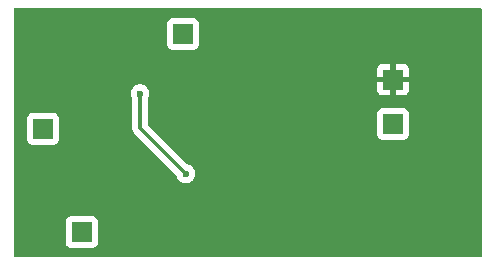
<source format=gbr>
%TF.GenerationSoftware,KiCad,Pcbnew,9.0.6*%
%TF.CreationDate,2025-12-21T15:01:31-05:00*%
%TF.ProjectId,olyntia,6f6c796e-7469-4612-9e6b-696361645f70,rev?*%
%TF.SameCoordinates,Original*%
%TF.FileFunction,Copper,L2,Bot*%
%TF.FilePolarity,Positive*%
%FSLAX46Y46*%
G04 Gerber Fmt 4.6, Leading zero omitted, Abs format (unit mm)*
G04 Created by KiCad (PCBNEW 9.0.6) date 2025-12-21 15:01:31*
%MOMM*%
%LPD*%
G01*
G04 APERTURE LIST*
%TA.AperFunction,ComponentPad*%
%ADD10R,1.700000X1.700000*%
%TD*%
%TA.AperFunction,ViaPad*%
%ADD11C,0.600000*%
%TD*%
%TA.AperFunction,Conductor*%
%ADD12C,0.300000*%
%TD*%
G04 APERTURE END LIST*
D10*
%TO.P,ADC1,1,Pin_1*%
%TO.N,Net-(ADC1-Pin_1)*%
X67763000Y-105237000D03*
%TD*%
%TO.P,GND,1,Pin_1*%
%TO.N,GND*%
X97409000Y-101066600D03*
%TD*%
%TO.P,+5V_IN,1,Pin_1*%
%TO.N,+5V*%
X97409000Y-104825800D03*
%TD*%
%TO.P,RE,1,Pin_1*%
%TO.N,Net-(RefElectrodePin1-Pin_1)*%
X71043800Y-113995200D03*
%TD*%
%TO.P,WE,1,Pin_1*%
%TO.N,Net-(WorkingElectrode1-Pin_1)*%
X79625000Y-97200000D03*
%TD*%
D11*
%TO.N,GND*%
X88188800Y-109169200D03*
X86512400Y-112572800D03*
X84836000Y-112699800D03*
X74777600Y-103505000D03*
X75742800Y-112039400D03*
X71323200Y-108102400D03*
X72669400Y-108051600D03*
X84404200Y-101777800D03*
X86029800Y-101117400D03*
X87909400Y-100203000D03*
X103657400Y-106578400D03*
X102514400Y-108127800D03*
X95377000Y-113360200D03*
%TO.N,Net-(U1-+)*%
X79857600Y-109042200D03*
X75971400Y-102260400D03*
%TD*%
D12*
%TO.N,Net-(U1-+)*%
X75971400Y-105156000D02*
X79857600Y-109042200D01*
X75971400Y-102260400D02*
X75971400Y-105156000D01*
%TD*%
%TA.AperFunction,Conductor*%
%TO.N,GND*%
G36*
X104852539Y-95008185D02*
G01*
X104898294Y-95060989D01*
X104909500Y-95112500D01*
X104909500Y-115961500D01*
X104889815Y-116028539D01*
X104837011Y-116074294D01*
X104785500Y-116085500D01*
X65394500Y-116085500D01*
X65327461Y-116065815D01*
X65281706Y-116013011D01*
X65270500Y-115961500D01*
X65270500Y-113097335D01*
X69693300Y-113097335D01*
X69693300Y-114893070D01*
X69693301Y-114893076D01*
X69699708Y-114952683D01*
X69750002Y-115087528D01*
X69750006Y-115087535D01*
X69836252Y-115202744D01*
X69836255Y-115202747D01*
X69951464Y-115288993D01*
X69951471Y-115288997D01*
X70086317Y-115339291D01*
X70086316Y-115339291D01*
X70093244Y-115340035D01*
X70145927Y-115345700D01*
X71941672Y-115345699D01*
X72001283Y-115339291D01*
X72136131Y-115288996D01*
X72251346Y-115202746D01*
X72337596Y-115087531D01*
X72387891Y-114952683D01*
X72394300Y-114893073D01*
X72394299Y-113097328D01*
X72387891Y-113037717D01*
X72337596Y-112902869D01*
X72337595Y-112902868D01*
X72337593Y-112902864D01*
X72251347Y-112787655D01*
X72251344Y-112787652D01*
X72136135Y-112701406D01*
X72136128Y-112701402D01*
X72001282Y-112651108D01*
X72001283Y-112651108D01*
X71941683Y-112644701D01*
X71941681Y-112644700D01*
X71941673Y-112644700D01*
X71941664Y-112644700D01*
X70145929Y-112644700D01*
X70145923Y-112644701D01*
X70086316Y-112651108D01*
X69951471Y-112701402D01*
X69951464Y-112701406D01*
X69836255Y-112787652D01*
X69836252Y-112787655D01*
X69750006Y-112902864D01*
X69750002Y-112902871D01*
X69699708Y-113037717D01*
X69693301Y-113097316D01*
X69693301Y-113097323D01*
X69693300Y-113097335D01*
X65270500Y-113097335D01*
X65270500Y-104339135D01*
X66412500Y-104339135D01*
X66412500Y-106134870D01*
X66412501Y-106134876D01*
X66418908Y-106194483D01*
X66469202Y-106329328D01*
X66469206Y-106329335D01*
X66555452Y-106444544D01*
X66555455Y-106444547D01*
X66670664Y-106530793D01*
X66670671Y-106530797D01*
X66805517Y-106581091D01*
X66805516Y-106581091D01*
X66812444Y-106581835D01*
X66865127Y-106587500D01*
X68660872Y-106587499D01*
X68720483Y-106581091D01*
X68855331Y-106530796D01*
X68970546Y-106444546D01*
X69056796Y-106329331D01*
X69107091Y-106194483D01*
X69113500Y-106134873D01*
X69113499Y-104339128D01*
X69107091Y-104279517D01*
X69056796Y-104144669D01*
X69056795Y-104144668D01*
X69056793Y-104144664D01*
X68970547Y-104029455D01*
X68970544Y-104029452D01*
X68855335Y-103943206D01*
X68855328Y-103943202D01*
X68720482Y-103892908D01*
X68720483Y-103892908D01*
X68660883Y-103886501D01*
X68660881Y-103886500D01*
X68660873Y-103886500D01*
X68660864Y-103886500D01*
X66865129Y-103886500D01*
X66865123Y-103886501D01*
X66805516Y-103892908D01*
X66670671Y-103943202D01*
X66670664Y-103943206D01*
X66555455Y-104029452D01*
X66555452Y-104029455D01*
X66469206Y-104144664D01*
X66469202Y-104144671D01*
X66418908Y-104279517D01*
X66412501Y-104339116D01*
X66412501Y-104339123D01*
X66412500Y-104339135D01*
X65270500Y-104339135D01*
X65270500Y-102181553D01*
X75170900Y-102181553D01*
X75170900Y-102339246D01*
X75201661Y-102493889D01*
X75201664Y-102493901D01*
X75262002Y-102639572D01*
X75262006Y-102639579D01*
X75300002Y-102696444D01*
X75320880Y-102763121D01*
X75320900Y-102765335D01*
X75320900Y-105220069D01*
X75320900Y-105220071D01*
X75320899Y-105220071D01*
X75345897Y-105345738D01*
X75345899Y-105345744D01*
X75394934Y-105464125D01*
X75466126Y-105570673D01*
X75466127Y-105570674D01*
X79040584Y-109145130D01*
X79074069Y-109206453D01*
X79074520Y-109208620D01*
X79087861Y-109275689D01*
X79087864Y-109275701D01*
X79148202Y-109421372D01*
X79148209Y-109421385D01*
X79235810Y-109552488D01*
X79235813Y-109552492D01*
X79347307Y-109663986D01*
X79347311Y-109663989D01*
X79478414Y-109751590D01*
X79478427Y-109751597D01*
X79624098Y-109811935D01*
X79624103Y-109811937D01*
X79778753Y-109842699D01*
X79778756Y-109842700D01*
X79778758Y-109842700D01*
X79936444Y-109842700D01*
X79936445Y-109842699D01*
X80091097Y-109811937D01*
X80236779Y-109751594D01*
X80367889Y-109663989D01*
X80479389Y-109552489D01*
X80566994Y-109421379D01*
X80627337Y-109275697D01*
X80658100Y-109121042D01*
X80658100Y-108963358D01*
X80658100Y-108963355D01*
X80658099Y-108963353D01*
X80627338Y-108808710D01*
X80627337Y-108808703D01*
X80627335Y-108808698D01*
X80566997Y-108663027D01*
X80566990Y-108663014D01*
X80479389Y-108531911D01*
X80479386Y-108531907D01*
X80367892Y-108420413D01*
X80367888Y-108420410D01*
X80236785Y-108332809D01*
X80236772Y-108332802D01*
X80091101Y-108272464D01*
X80091089Y-108272461D01*
X80024020Y-108259120D01*
X79962109Y-108226735D01*
X79960530Y-108225184D01*
X76658219Y-104922873D01*
X76624734Y-104861550D01*
X76621900Y-104835192D01*
X76621900Y-103927935D01*
X96058500Y-103927935D01*
X96058500Y-105723670D01*
X96058501Y-105723676D01*
X96064908Y-105783283D01*
X96115202Y-105918128D01*
X96115206Y-105918135D01*
X96201452Y-106033344D01*
X96201455Y-106033347D01*
X96316664Y-106119593D01*
X96316671Y-106119597D01*
X96451517Y-106169891D01*
X96451516Y-106169891D01*
X96458444Y-106170635D01*
X96511127Y-106176300D01*
X98306872Y-106176299D01*
X98366483Y-106169891D01*
X98501331Y-106119596D01*
X98616546Y-106033346D01*
X98702796Y-105918131D01*
X98753091Y-105783283D01*
X98759500Y-105723673D01*
X98759499Y-103927928D01*
X98753091Y-103868317D01*
X98702796Y-103733469D01*
X98702795Y-103733468D01*
X98702793Y-103733464D01*
X98616547Y-103618255D01*
X98616544Y-103618252D01*
X98501335Y-103532006D01*
X98501328Y-103532002D01*
X98366482Y-103481708D01*
X98366483Y-103481708D01*
X98306883Y-103475301D01*
X98306881Y-103475300D01*
X98306873Y-103475300D01*
X98306864Y-103475300D01*
X96511129Y-103475300D01*
X96511123Y-103475301D01*
X96451516Y-103481708D01*
X96316671Y-103532002D01*
X96316664Y-103532006D01*
X96201455Y-103618252D01*
X96201452Y-103618255D01*
X96115206Y-103733464D01*
X96115202Y-103733471D01*
X96064908Y-103868317D01*
X96058501Y-103927916D01*
X96058501Y-103927923D01*
X96058500Y-103927935D01*
X76621900Y-103927935D01*
X76621900Y-102765335D01*
X76641585Y-102698296D01*
X76642766Y-102696490D01*
X76680794Y-102639579D01*
X76741137Y-102493897D01*
X76771900Y-102339242D01*
X76771900Y-102181558D01*
X76771900Y-102181555D01*
X76771899Y-102181553D01*
X76741138Y-102026910D01*
X76741137Y-102026903D01*
X76715259Y-101964427D01*
X76680797Y-101881227D01*
X76680790Y-101881214D01*
X76593189Y-101750111D01*
X76593186Y-101750107D01*
X76481692Y-101638613D01*
X76481688Y-101638610D01*
X76350585Y-101551009D01*
X76350572Y-101551002D01*
X76204901Y-101490664D01*
X76204889Y-101490661D01*
X76050245Y-101459900D01*
X76050242Y-101459900D01*
X75892558Y-101459900D01*
X75892555Y-101459900D01*
X75737910Y-101490661D01*
X75737898Y-101490664D01*
X75592227Y-101551002D01*
X75592214Y-101551009D01*
X75461111Y-101638610D01*
X75461107Y-101638613D01*
X75349613Y-101750107D01*
X75349610Y-101750111D01*
X75262009Y-101881214D01*
X75262002Y-101881227D01*
X75201664Y-102026898D01*
X75201661Y-102026910D01*
X75170900Y-102181553D01*
X65270500Y-102181553D01*
X65270500Y-100168755D01*
X96059000Y-100168755D01*
X96059000Y-100816600D01*
X96975988Y-100816600D01*
X96943075Y-100873607D01*
X96909000Y-101000774D01*
X96909000Y-101132426D01*
X96943075Y-101259593D01*
X96975988Y-101316600D01*
X96059000Y-101316600D01*
X96059000Y-101964444D01*
X96065401Y-102023972D01*
X96065403Y-102023979D01*
X96115645Y-102158686D01*
X96115649Y-102158693D01*
X96201809Y-102273787D01*
X96201812Y-102273790D01*
X96316906Y-102359950D01*
X96316913Y-102359954D01*
X96451620Y-102410196D01*
X96451627Y-102410198D01*
X96511155Y-102416599D01*
X96511172Y-102416600D01*
X97159000Y-102416600D01*
X97159000Y-101499612D01*
X97216007Y-101532525D01*
X97343174Y-101566600D01*
X97474826Y-101566600D01*
X97601993Y-101532525D01*
X97659000Y-101499612D01*
X97659000Y-102416600D01*
X98306828Y-102416600D01*
X98306844Y-102416599D01*
X98366372Y-102410198D01*
X98366379Y-102410196D01*
X98501086Y-102359954D01*
X98501093Y-102359950D01*
X98616187Y-102273790D01*
X98616190Y-102273787D01*
X98702350Y-102158693D01*
X98702354Y-102158686D01*
X98752596Y-102023979D01*
X98752598Y-102023972D01*
X98758999Y-101964444D01*
X98759000Y-101964427D01*
X98759000Y-101316600D01*
X97842012Y-101316600D01*
X97874925Y-101259593D01*
X97909000Y-101132426D01*
X97909000Y-101000774D01*
X97874925Y-100873607D01*
X97842012Y-100816600D01*
X98759000Y-100816600D01*
X98759000Y-100168772D01*
X98758999Y-100168755D01*
X98752598Y-100109227D01*
X98752596Y-100109220D01*
X98702354Y-99974513D01*
X98702350Y-99974506D01*
X98616190Y-99859412D01*
X98616187Y-99859409D01*
X98501093Y-99773249D01*
X98501086Y-99773245D01*
X98366379Y-99723003D01*
X98366372Y-99723001D01*
X98306844Y-99716600D01*
X97659000Y-99716600D01*
X97659000Y-100633588D01*
X97601993Y-100600675D01*
X97474826Y-100566600D01*
X97343174Y-100566600D01*
X97216007Y-100600675D01*
X97159000Y-100633588D01*
X97159000Y-99716600D01*
X96511155Y-99716600D01*
X96451627Y-99723001D01*
X96451620Y-99723003D01*
X96316913Y-99773245D01*
X96316906Y-99773249D01*
X96201812Y-99859409D01*
X96201809Y-99859412D01*
X96115649Y-99974506D01*
X96115645Y-99974513D01*
X96065403Y-100109220D01*
X96065401Y-100109227D01*
X96059000Y-100168755D01*
X65270500Y-100168755D01*
X65270500Y-96302135D01*
X78274500Y-96302135D01*
X78274500Y-98097870D01*
X78274501Y-98097876D01*
X78280908Y-98157483D01*
X78331202Y-98292328D01*
X78331206Y-98292335D01*
X78417452Y-98407544D01*
X78417455Y-98407547D01*
X78532664Y-98493793D01*
X78532671Y-98493797D01*
X78667517Y-98544091D01*
X78667516Y-98544091D01*
X78674444Y-98544835D01*
X78727127Y-98550500D01*
X80522872Y-98550499D01*
X80582483Y-98544091D01*
X80717331Y-98493796D01*
X80832546Y-98407546D01*
X80918796Y-98292331D01*
X80969091Y-98157483D01*
X80975500Y-98097873D01*
X80975499Y-96302128D01*
X80969091Y-96242517D01*
X80918796Y-96107669D01*
X80918795Y-96107668D01*
X80918793Y-96107664D01*
X80832547Y-95992455D01*
X80832544Y-95992452D01*
X80717335Y-95906206D01*
X80717328Y-95906202D01*
X80582482Y-95855908D01*
X80582483Y-95855908D01*
X80522883Y-95849501D01*
X80522881Y-95849500D01*
X80522873Y-95849500D01*
X80522864Y-95849500D01*
X78727129Y-95849500D01*
X78727123Y-95849501D01*
X78667516Y-95855908D01*
X78532671Y-95906202D01*
X78532664Y-95906206D01*
X78417455Y-95992452D01*
X78417452Y-95992455D01*
X78331206Y-96107664D01*
X78331202Y-96107671D01*
X78280908Y-96242517D01*
X78274501Y-96302116D01*
X78274501Y-96302123D01*
X78274500Y-96302135D01*
X65270500Y-96302135D01*
X65270500Y-95112500D01*
X65290185Y-95045461D01*
X65342989Y-94999706D01*
X65394500Y-94988500D01*
X104785500Y-94988500D01*
X104852539Y-95008185D01*
G37*
%TD.AperFunction*%
%TD*%
M02*

</source>
